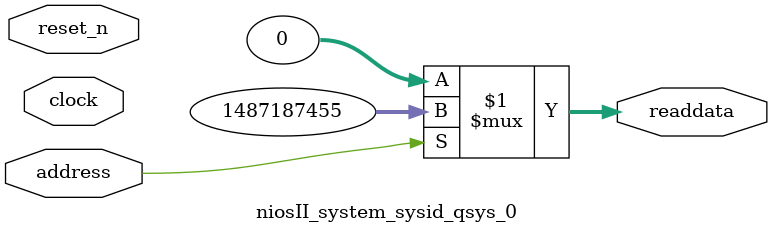
<source format=v>

`timescale 1ns / 1ps
// synthesis translate_on

// turn off superfluous verilog processor warnings 
// altera message_level Level1 
// altera message_off 10034 10035 10036 10037 10230 10240 10030 

module niosII_system_sysid_qsys_0 (
               // inputs:
                address,
                clock,
                reset_n,

               // outputs:
                readdata
             )
;

  output  [ 31: 0] readdata;
  input            address;
  input            clock;
  input            reset_n;

  wire    [ 31: 0] readdata;
  //control_slave, which is an e_avalon_slave
  assign readdata = address ? 1487187455 : 0;

endmodule




</source>
